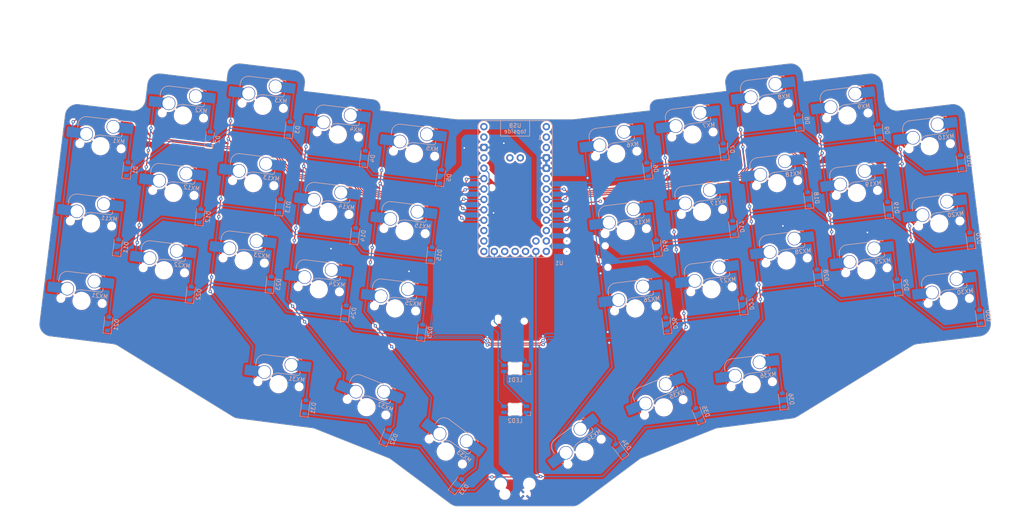
<source format=kicad_pcb>
(kicad_pcb (version 20240108) (generator "pcbnew") (generator_version "8.0")
  (layers (0 "F.Cu" signal) (31 "B.Cu" signal) (34 "B.Paste" user) (35 "F.Paste" user) (36 "B.SilkS" user "B.Silkscreen") (37 "F.SilkS" user "F.Silkscreen") (38 "B.Mask" user) (39 "F.Mask" user) (44 "Edge.Cuts" user))
  (net 0 "")
  (net 1 "ROW1")
  (net 2 "Net-(D1-A)")
  (net 3 "Net-(D2-A)")
  (net 4 "Net-(D3-A)")
  (net 5 "Net-(D4-A)")
  (net 6 "Net-(D5-A)")
  (net 7 "Net-(D6-A)")
  (net 8 "Net-(D7-A)")
  (net 9 "Net-(D8-A)")
  (net 10 "Net-(D9-A)")
  (net 11 "Net-(D10-A)")
  (net 12 "ROW2")
  (net 13 "Net-(D11-A)")
  (net 14 "Net-(D12-A)")
  (net 15 "Net-(D13-A)")
  (net 16 "Net-(D14-A)")
  (net 17 "Net-(D15-A)")
  (net 18 "Net-(D16-A)")
  (net 19 "Net-(D17-A)")
  (net 20 "Net-(D18-A)")
  (net 21 "Net-(D19-A)")
  (net 22 "Net-(D20-A)")
  (net 23 "ROW3")
  (net 24 "Net-(D21-A)")
  (net 25 "Net-(D22-A)")
  (net 26 "Net-(D23-A)")
  (net 27 "Net-(D24-A)")
  (net 28 "Net-(D25-A)")
  (net 29 "Net-(D26-A)")
  (net 30 "Net-(D27-A)")
  (net 31 "Net-(D28-A)")
  (net 32 "Net-(D29-A)")
  (net 33 "Net-(D30-A)")
  (net 34 "ROW4")
  (net 35 "Net-(D31-A)")
  (net 36 "Net-(D32-A)")
  (net 37 "Net-(D33-A)")
  (net 38 "Net-(D34-A)")
  (net 39 "Net-(D35-A)")
  (net 40 "Net-(D36-A)")
  (net 41 "5V")
  (net 43 "D-")
  (net 44 "GND")
  (net 45 "3V3")
  (net 46 "Net-(LED1-DOUT)")
  (net 47 "RGB")
  (net 50 "COL1")
  (net 51 "COL2")
  (net 52 "COL3")
  (net 53 "COL4")
  (net 54 "COL5")
  (net 55 "COL6")
  (net 56 "COL7")
  (net 57 "COL8")
  (net 58 "COL9")
  (net 59 "COL10")
  (net 60 "RESET")
  (net 68 "D+")
  (footprint "marbastlib-mx:SW_MX_HS_CPG151101S11_1u" (layer "B.Cu") (at 259.701515 115.74785 -173)
    (property "Reference" "MX18")
    (property "Value" "MX_SW_HS")
  )
  (footprint "marbastlib-mx:SW_MX_HS_CPG151101S11_1u" (layer "B.Cu") (at 257.380052 96.841036 -173)
    (property "Reference" "MX8")
    (property "Value" "MX_SW_HS")
  )
  (footprint "marbastlib-mx:SW_MX_HS_CPG151101S11_1u" (layer "B.Cu") (at 171.077674 108.555857 173)
    (property "Reference" "MX5")
    (property "Value" "MX_SW_HS")
  )
  (footprint "marbastlib-mx:SW_MX_HS_CPG151101S11_1u" (layer "B.Cu") (at 147.817369 141.690721 173)
    (property "Reference" "MX24")
    (property "Value" "MX_SW_HS")
  )
  (footprint "Diode_SMD:D_SOD-123" (layer "B.Cu") (at 284.536164 103.090323 97)
    (property "Reference" "D9")
    (property "Value" "1N4148W")
  )
  (footprint "Diode_SMD:D_SOD-123" (layer "B.Cu") (at 175.265897 133.059924 83)
    (property "Reference" "D15")
    (property "Value" "1N4148W")
  )
  (footprint "marbastlib-mx:SW_MX_HS_CPG151101S11_1u" (layer "B.Cu") (at 89.89347 144.527719 173)
    (property "Reference" "MX21")
    (property "Value" "MX_SW_HS")
  )
  (footprint "Diode_SMD:D_SOD-123" (layer "B.Cu") (at 118.834899 123.738235 83)
    (property "Reference" "D12")
    (property "Value" "1N4148W")
  )
  (footprint "marbastlib-mx:SW_MX_HS_CPG151101S11_1u" (layer "B.Cu") (at 243.695048 141.690721 -173)
    (property "Reference" "MX27")
    (property "Value" "MX_SW_HS")
  )
  (footprint "Diode_SMD:D_SOD-123" (layer "B.Cu") (at 286.857629 121.997135 97)
    (property "Reference" "D19")
    (property "Value" "1N4148W")
  )
  (footprint "Diode_SMD:D_SOD-123" (layer "B.Cu") (at 96.403158 150.124973 83)
    (property "Reference" "D21")
    (property "Value" "1N4148W")
  )
  (footprint "Diode_SMD:D_SOD-123" (layer "B.Cu") (at 164.314908 177.58364 68)
    (property "Reference" "D32")
    (property "Value" "1N4148W")
  )
  (footprint "marbastlib-mx:SW_MX_HS_CPG151101S11_1u" (layer "B.Cu") (at 212.705825 181.379528 -143)
    (property "Reference" "MX34")
    (property "Value" "MX_SW_HS")
  )
  (footprint "marbastlib-mx:SW_MX_HS_CPG151101S11_1u" (layer "B.Cu") (at 168.756211 127.46267 173)
    (property "Reference" "MX15")
    (property "Value" "MX_SW_HS")
  )
  (footprint "Diode_SMD:D_SOD-123" (layer "B.Cu") (at 156.648522 128.381163 83)
    (property "Reference" "D14")
    (property "Value" "1N4148W")
  )
  (footprint "marbastlib-mx:SW_MX_HS_CPG151101S11_1u" (layer "B.Cu") (at 112.325209 118.14098 173)
    (property "Reference" "MX12")
    (property "Value" "MX_SW_HS")
  )
  (footprint "marbastlib-mx:SW_MX_HS_CPG151101S11_1u" (layer "B.Cu") (at 241.373582 122.783907 -173)
    (property "Reference" "MX17")
    (property "Value" "MX_SW_HS")
  )
  (footprint "Diode_SMD:D_SOD-123" (layer "B.Cu") (at 181.665362 189.431893 53)
    (property "Reference" "D33")
    (property "Value" "1N4148W")
  )
  (footprint "marbastlib-mx:SW_MX_HS_CPG151101S11_1u" (layer "B.Cu") (at 166.434743 146.369483 173)
    (property "Reference" "MX25")
    (property "Value" "MX_SW_HS")
  )
  (footprint "marbastlib-mx:SW_MX_HS_CPG151101S11_1u" (layer "B.Cu") (at 276.865744 99.234166 -173)
    (property "Reference" "MX9")
    (property "Value" "MX_SW_HS")
  )
  (footprint "marbastlib-mx:SW_MX_HS_CPG151101S11_1u" (layer "B.Cu") (at 301.618946 144.52772 -173)
    (property "Reference" "MX30")
    (property "Value" "MX_SW_HS")
  )
  (footprint "marbastlib-mx:SW_MX_HS_CPG151101S11_1u" (layer "B.Cu") (at 150.138834 122.783907 173)
    (property "Reference" "MX14")
    (property "Value" "MX_SW_HS")
  )
  (footprint "marbastlib-mx:SW_MX_HS_CPG151101S11_1u" (layer "B.Cu") (at 281.508675 137.047794 -173)
    (property "Reference" "MX29")
    (property "Value" "MX_SW_HS")
  )
  (footprint "marbastlib-mx:SW_MX_HS_CPG151101S11_1u" (layer "B.Cu") (at 299.297482 125.620906 -173)
    (property "Reference" "MX20")
    (property "Value" "MX_SW_HS")
  )
  (footprint "marbastlib-mx:SW_MX_HS_CPG151101S11_1u" (layer "B.Cu") (at 92.214937 125.620906 173)
    (property "Reference" "MX11")
    (property "Value" "MX_SW_HS")
  )
  (footprint "Diode_SMD:D_SOD-123" (layer "B.Cu") (at 261.190823 168.741047 97)
    (property "Reference" "D36")
    (property "Value" "1N4148W")
  )
  (footprint "Diode_SMD:D_SOD-123" (layer "B.Cu") (at 138.320591 121.345103 83)
    (property "Reference" "D13")
    (property "Value" "1N4148W")
  )
  (footprint "Diode_SMD:D_SOD-123" (layer "B.Cu") (at 289.179096 140.903948 97)
    (property "Reference" "D29")
    (property "Value" "1N4148W")
  )
  (footprint "marbastlib-mx:SW_MX_HS_CPG151101S11_1u" (layer "B.Cu") (at 279.18721 118.140979 -173)
    (property "Reference" "MX19")
    (property "Value" "MX_SW_HS")
  )
  (footprint "Diode_SMD:D_SOD-123" (layer "B.Cu") (at 144.501702 170.482142 83)
    (property "Reference" "D31")
    (property "Value" "1N4148W")
  )
  (footprint "marbastlib-mx:SW_MX_HS_CPG151101S11_1u" (layer "B.Cu") (at 114.646676 99.234166 173)
    (property "Reference" "MX2")
    (property "Value" "MX_SW_HS")
  )
  (footprint "Diode_SMD:D_SOD-123" (layer "B.Cu") (at 306.967903 129.477062 97)
    (property "Reference" "D20")
    (property "Value" "1N4148W")
  )
  (footprint "marbastlib-mx:SW_MX_HS_CPG151101S11_1u" (layer "B.Cu") (at 137.992015 164.88489 173)
    (property "Reference" "MX31")
    (property "Value" "MX_SW_HS")
  )
  (footprint "Diode_SMD:D_SOD-123" (layer "B.Cu") (at 304.646437 110.570249 97)
    (property "Reference" "D10")
    (property "Value" "1N4148W")
  )
  (footprint "Diode_SMD:D_SOD-123" (layer "B.Cu") (at 267.371938 119.604002 97)
    (property "Reference" "D18")
    (property "Value" "1N4148W")
  )
  (footprint "marbastlib-mx:SW_MX_HS_CPG151101S11_1u" (layer "B.Cu") (at 159.475709 170.492279 158)
    (property "Reference" "MX32")
    (property "Value" "MX_SW_HS")
  )
  (footprint "marbastlib-mx:SW_MX_HS_CPG151101S11_1u" (layer "B.Cu") (at 232.056824 170.542422 -158)
    (property "Reference" "MX35")
    (property "Value" "MX_SW_HS")
  )
  (footprint "Diode_SMD:D_SOD-123" (layer "B.Cu") (at 221.276682 180.883843 127)
    (property "Reference" "D34")
    (property "Value" "1N4148W")
  )
  (footprint "marbastlib-mx:SW_MX_HS_CPG151101S11_1u" (layer "B.Cu") (at 225.077673 146.369484 -173)
    (property "Reference" "MX26")
    (property "Value" "MX_SW_HS")
  )
  (footprint "Diode_SMD:D_SOD-123" (layer "B.Cu") (at 101.04609 112.311349 83)
    (property "Reference" "D1")
    (property "Value" "1N4148W")
  )
  (footprint "Diode_SMD:D_SOD-123" (layer "B.Cu") (at 249.044002 126.640061 97)
    (property "Reference" "D17")
    (property "Value" "1N4148W")
  )
  (footprint "marbastlib-mx:SW_MX_HS_CPG151101S11_1u" (layer "B.Cu") (at 222.756207 127.462671 -173)
    (property "Reference" "MX16")
    (property "Value" "MX_SW_HS")
  )
  (footprint "Diode_SMD:D_SOD-123" (layer "B.Cu") (at 135.999125 140.251914 83)
    (property "Reference" "D23")
    (property "Value" "1N4148W")
  )
  (footprint "marbastlib-mx:SW_MX_HS_CPG151101S11_1u" (layer "B.Cu") (at 134.132366 96.841036 173)
    (property "Reference" "MX3")
    (property "Value" "MX_SW_HS")
  )
  (footprint "Diode_SMD:D_SOD-123" (layer "B.Cu") (at 154.327057 147.287976 83)
    (property "Reference" "D24")
    (property "Value" "1N4148W")
  )
  (footprint "marbastlib-mx:SW_MX_HS_CPG151101S11_1u" (layer "B.Cu") (at 129.489438 134.654663 173)
    (property "Reference" "MX23")
    (property "Value" "MX_SW_HS")
  )
  (footprint "marbastlib-mx:SW_MX_HS_CPG151101S11_1u" (layer "B.Cu") (at 262.022977 134.654667 -173)
    (property "Reference" "MX28")
    (property "Value" "MX_SW_HS")
  )
  (footprint "Diode_SMD:D_SOD-123" (layer "B.Cu") (at 228.105164 112.412011 97)
    (property "Reference" "D6")
    (property "Value" "1N4148W")
  )
  (footprint "marbastlib-mx:SW_MX_HS_CPG151101S11_1u" (layer "B.Cu") (at 253.520405 164.88489 -173)
    (property "Reference" "MX36")
    (property "Value" "MX_SW_HS")
  )
  (footprint "marbastlib-mx:SW_MX_HS_CPG151101S11_1u" (layer "B.Cu") (at 220.434742 108.555858 -173)
    (property "Reference" "MX6")
    (property "Value" "MX_SW_HS")
  )
  (footprint "Diode_SMD:D_SOD-123" (layer "B.Cu") (at 240.46393 172.281935 112)
    (property "Reference" "D35")
    (property "Value" "1N4148W")
  )
  (footprint "marbastlib-mx:SW_MX_HS_CPG151101S11_1u" (layer "B.Cu") (at 296.976018 106.714093 -173)
    (property "Reference" "MX10")
    (property "Value" "MX_SW_HS")
  )
  (footprint "Diode_SMD:D_SOD-123" (layer "B.Cu") (at 121.156365 104.831416 83)
    (property "Reference" "D2")
    (property "Value" "1N4148W")
  )
  (footprint "marbastlib-mx:SW_MX_HS_CPG151101S11_1u" (layer "B.Cu") (at 178.826434 181.329686 143)
    (property "Reference" "MX33")
    (property "Value" "MX_SW_HS")
  )
  (footprint "Diode_SMD:D_SOD-123" (layer "B.Cu") (at 269.693402 138.510821 97)
    (property "Reference" "D28")
    (property "Value" "1N4148W")
  )
  (footprint "marbastlib-mx:SW_MX_HS_CPG151101S11_1u" (layer "B.Cu") (at 152.4603 103.877094 173)
    (property "Reference" "MX4")
    (property "Value" "MX_SW_HS")
  )
  (footprint "Diode_SMD:D_SOD-123" (layer "B.Cu") (at 232.748097 150.225636 97)
    (property "Reference" "D26")
    (property "Value" "1N4148W")
  )
  (footprint "Diode_SMD:D_SOD-123" (layer "B.Cu") (at 309.289368 148.383874 97)
    (property "Reference" "D30")
    (property "Value" "1N4148W")
  )
  (footprint "marbastlib-mx:SW_MX_HS_CPG151101S11_1u" (layer "B.Cu") (at 94.536402 106.714093 173)
    (property "Reference" "MX1")
    (property "Value" "MX_SW_HS")
  )
  (footprint "PCM_marbastlib-xp-promicroish:Helios_AH_USBup" (layer "B.Cu") (at 195.756209 118.462671 180)
    (property "Reference" "U1")
    (property "Value" "Helios")
  )
  (footprint "Diode_SMD:D_SOD-123" (layer "B.Cu") (at 116.505804 142.707181 83)
    (property "Reference" "D22")
    (property "Value" "1N4148W")
  )
  (footprint "Diode_SMD:D_SOD-123" (layer "B.Cu") (at 265.050473 100.697189 97)
    (property "Reference" "D8")
    (property "Value" "1N4148W")
  )
  (footprint "Diode_SMD:D_SOD-123" (layer "B.Cu") (at 246.722536 107.733252 97)
    (property "Reference" "D7")
    (property "Value" "1N4148W")
  )
  (footprint "marbastlib-mx:SW_MX_HS_CPG151101S11_1u" (layer "B.Cu") (at 131.810902 115.747851 173)
    (property "Reference" "MX13")
    (property "Value" "MX_SW_HS")
  )
  (footprint "marbastlib-mx:SW_MX_HS_CPG151101S11_1u" (layer "B.Cu") (at 239.052118 103.877094 -173)
    (property "Reference" "MX7")
    (property "Value" "MX_SW_HS")
  )
  (footprint "marbastlib-mx:SW_MX_HS_CPG151101S11_1u" (layer "B.Cu") (at 110.003745 137.047792 173)
    (property "Reference" "MX22")
    (property "Value" "MX_SW_HS")
  )
  (footprint "Diode_SMD:D_SOD-123" (layer "B.Cu") (at 172.944428 151.96674 83)
    (property "Reference" "D25")
    (property "Value" "1N4148W")
  )
  (footprint "PCM_marbastlib-various:LED_6028R" (layer "B.Cu") (at 195.75 161.025 180)
    (property "Reference" "LED1")
    (property "Value" "SK6812MINI-E")
    (fp_line (start 1.699999 0.702843) (end 1.699999 -0.702841) (stroke (width 0.1)) (layer "Edge.Cuts"))
    (fp_line (start 0.794452 -1.499999) (end -0.794452 -1.499999) (stroke (width 0.1)) (layer "Edge.Cuts"))
    (fp_line (start -0.794453 1.5) (end 0.794452 1.5) (stroke (width 0.1)) (layer "Edge.Cuts"))
    (fp_line (start -1.699999 -0.702841) (end -1.699999 0.702843) (stroke (width 0.1)) (layer "Edge.Cuts"))
    (fp_arc (start 1.749484 0.919721) (mid 1.712534 0.814067) (end 1.699999 0.702843) (stroke (width 0.1)) (layer "Edge.Cuts"))
    (fp_arc (start 1.749484 0.919721) (mid 1.638072 1.504036) (end 1.046711 1.5683) (stroke (width 0.1)) (layer "Edge.Cuts"))
    (fp_arc (start 1.699999 -0.702842) (mid 1.712536 -0.814065) (end 1.749484 -0.919719) (stroke (width 0.1)) (layer "Edge.Cuts"))
    (fp_arc (start 1.046711 -1.568296) (mid 1.638069 -1.504034) (end 1.749484 -0.919719) (stroke (width 0.1)) (layer "Edge.Cuts"))
    (fp_arc (start 1.04671 -1.568298) (mid 0.925122 -1.517376) (end 0.794452 -1.499999) (stroke (width 0.1)) (layer "Edge.Cuts"))
    (fp_arc (start 0.794453 1.500001) (mid 0.925123 1.517378) (end 1.046711 1.5683) (stroke (width 0.1)) (layer "Edge.Cuts"))
    (fp_arc (start -0.794452 -1.499999) (mid -0.925123 -1.517376) (end -1.046711 -1.568298) (stroke (width 0.1)) (layer "Edge.Cuts"))
    (fp_arc (start -1.046711 1.568299) (mid -0.925123 1.517377) (end -0.794453 1.5) (stroke (width 0.1)) (layer "Edge.Cuts"))
    (fp_arc (start -1.046711 1.568299) (mid -1.638071 1.504036) (end -1.749484 0.919721) (stroke (width 0.1)) (layer "Edge.Cuts"))
    (fp_arc (start -1.699999 0.702844) (mid -1.712527 0.814069) (end -1.749484 0.919721) (stroke (width 0.1)) (layer "Edge.Cuts"))
    (fp_arc (start -1.749484 -0.919718) (mid -1.638072 -1.504034) (end -1.046711 -1.568298) (stroke (width 0.1)) (layer "Edge.Cuts"))
    (fp_arc (start -1.749484 -0.919719) (mid -1.712527 -0.814067) (end -1.699999 -0.702841) (stroke (width 0.1)) (layer "Edge.Cuts"))
  )
  (footprint "Diode_SMD:D_SOD-123" (layer "B.Cu") (at 140.642056 102.43829 83)
    (property "Reference" "D3")
    (property "Value" "1N4148W")
  )
  (footprint "Diode_SMD:D_SOD-123" (layer "B.Cu") (at 177.587363 114.15311 83)
    (property "Reference" "D5")
    (property "Value" "1N4148W")
  )
  (footprint "Diode_SMD:D_SOD-123" (layer "B.Cu") (at 230.426631 131.318823 97)
    (property "Reference" "D16")
    (property "Value" "1N4148W")
  )
  (footprint "Diode_SMD:D_SOD-123" (layer "B.Cu") (at 98.724628 131.218161 83)
    (property "Reference" "D11")
    (property "Value" "1N4148W")
  )
  (footprint "Diode_SMD:D_SOD-123" (layer "B.Cu") (at 251.365468 145.546875 97)
    (property "Reference" "D27")
    (property "Value" "1N4148W")
  )
  (footprint "Diode_SMD:D_SOD-123" (layer "B.Cu") (at 158.96999 109.47435 83)
    (property "Reference" "D4")
    (property "Value" "1N4148W")
  )
  (footprint "PCM_marbastlib-various:LED_6028R" (layer "B.Cu") (at 195.749997 171.025004 180)
    (property "Reference" "LED2")
    (property "Value" "SK6812MINI-E")
    (fp_line (start 1.699999 0.702843) (end 1.699999 -0.702841) (stroke (width 0.1)) (layer "Edge.Cuts"))
    (fp_line (start 0.794452 -1.499999) (end -0.794452 -1.499999) (stroke (width 0.1)) (layer "Edge.Cuts"))
    (fp_line (start -0.794453 1.5) (end 0.794452 1.5) (stroke (width 0.1)) (layer "Edge.Cuts"))
    (fp_line (start -1.699999 -0.702841) (end -1.699999 0.702843) (stroke (width 0.1)) (layer "Edge.Cuts"))
    (fp_arc (start 1.749484 0.919721) (mid 1.712534 0.814067) (end 1.699999 0.702843) (stroke (width 0.1)) (layer "Edge.Cuts"))
    (fp_arc (start 1.749484 0.919721) (mid 1.638072 1.504036) (end 1.046711 1.5683) (stroke (width 0.1)) (layer "Edge.Cuts"))
    (fp_arc (start 1.699999 -0.702842) (mid 1.712536 -0.814065) (end 1.749484 -0.919719) (stroke (width 0.1)) (layer "Edge.Cuts"))
    (fp_arc (start 1.046711 -1.568296) (mid 1.638069 -1.504034) (end 1.749484 -0.919719) (stroke (width 0.1)) (layer "Edge.Cuts"))
    (fp_arc (start 1.04671 -1.568298) (mid 0.925122 -1.517376) (end 0.794452 -1.499999) (stroke (width 0.1)) (layer "Edge.Cuts"))
    (fp_arc (start 0.794453 1.500001) (mid 0.925123 1.517378) (end 1.046711 1.5683) (stroke (width 0.1)) (layer "Edge.Cuts"))
    (fp_arc (start -0.794452 -1.499999) (mid -0.925123 -1.517376) (end -1.046711 -1.568298) (stroke (width 0.1)) (layer "Edge.Cuts"))
    (fp_arc (start -1.046711 1.568299) (mid -0.925123 1.517377) (end -0.794453 1.5) (stroke (width 0.1)) (layer "Edge.Cuts"))
    (fp_arc (start -1.046711 1.568299) (mid -1.638071 1.504036) (end -1.749484 0.919721) (stroke (width 0.1)) (layer "Edge.Cuts"))
    (fp_arc (start -1.699999 0.702844) (mid -1.712527 0.814069) (end -1.749484 0.919721) (stroke (width 0.1)) (layer "Edge.Cuts"))
    (fp_arc (start -1.749484 -0.919718) (mid -1.638072 -1.504034) (end -1.046711 -1.568298) (stroke (width 0.1)) (layer "Edge.Cuts"))
    (fp_arc (start -1.749484 -0.919719) (mid -1.712527 -0.814067) (end -1.699999 -0.702841) (stroke (width 0.1)) (layer "Edge.Cuts"))
  )
  (gr_arc (start 262.647286 86.525571) (mid 264.853287 87.13775) (end 265.985097 89.127753) (stroke (width 0.1)) (layer "Edge.Cuts"))
  (gr_arc (start 264.659206 172.827904) (mid 264.088106 173.101439) (end 263.472317 173.249018) (stroke (width 0.1)) (layer "Edge.Cuts"))
  (gr_line (start 128.854642 86.525572) (end 141.817155 88.098858) (stroke (width 0.1)) (layer "Edge.Cuts"))
  (gr_arc (start 311.846604 149.843316) (mid 311.234126 152.053707) (end 309.239055 153.185387) (stroke (width 0.1)) (layer "Edge.Cuts"))
  (gr_arc (start 125.516827 89.127754) (mid 126.648694 87.137811) (end 128.854642 86.525572) (stroke (width 0.1)) (layer "Edge.Cuts"))
  (gr_line (start 230.358153 95.278902) (end 247.310964 93.215864) (stroke (width 0.1)) (layer "Edge.Cuts"))
  (gr_line (start 144.190964 93.215864) (end 161.143773 95.278902) (stroke (width 0.1)) (layer "Edge.Cuts"))
  (gr_line (start 266.210964 90.915861) (end 282.187819 88.976719) (stroke (width 0.1)) (layer "Edge.Cuts"))
  (gr_arc (start 85.877238 99.083244) (mid 87.003379 97.087812) (end 89.20959 96.469271) (stroke (width 0.1)) (layer "Edge.Cuts"))
  (gr_line (start 293.959078 155.085278) (end 309.239055 153.185387) (stroke (width 0.1)) (layer "Edge.Cuts"))
  (gr_line (start 247.310964 93.215864) (end 247.073936 91.483736) (stroke (width 0.1)) (layer "Edge.Cuts"))
  (gr_line (start 181.737541 194.715863) (end 209.764386 194.715861) (stroke (width 0.1)) (layer "Edge.Cuts"))
  (gr_line (start 226.727908 182.919482) (end 244.560694 175.805594) (stroke (width 0.1)) (layer "Edge.Cuts"))
  (gr_arc (start 105.975111 91.588397) (mid 107.104355 89.591843) (end 109.314109 88.976719) (stroke (width 0.1)) (layer "Edge.Cuts"))
  (gr_line (start 105.505977 95.400131) (end 105.975111 91.588397) (stroke (width 0.1)) (layer "Edge.Cuts"))
  (gr_line (start 228.660964 97.965864) (end 228.610088 97.467285) (stroke (width 0.1)) (layer "Edge.Cuts"))
  (gr_arc (start 164.774018 182.919478) (mid 165.12831 183.088455) (end 165.457501 183.302253) (stroke (width 0.1)) (layer "Edge.Cuts"))
  (gr_line (start 264.659206 172.827904) (end 292.755 155.508577) (stroke (width 0.1)) (layer "Edge.Cuts"))
  (gr_arc (start 228.610088 97.467285) (mid 229.037101 96.016018) (end 230.358153 95.278902) (stroke (width 0.1)) (layer "Edge.Cuts"))
  (gr_line (start 125.290962 90.915861) (end 125.516827 89.127754) (stroke (width 0.1)) (layer "Edge.Cuts"))
  (gr_line (start 249.684772 88.098855) (end 262.647286 86.525571) (stroke (width 0.1)) (layer "Edge.Cuts"))
  (gr_arc (start 292.755 155.508577) (mid 293.334266 155.232149) (end 293.959078 155.085278) (stroke (width 0.1)) (layer "Edge.Cuts"))
  (gr_line (start 181.815899 100.165865) (end 209.686027 100.165861) (stroke (width 0.1)) (layer "Edge.Cuts"))
  (gr_line (start 98.746926 155.508578) (end 126.84272 172.827907) (stroke (width 0.1)) (layer "Edge.Cuts"))
  (gr_arc (start 282.187819 88.976719) (mid 284.397558 89.591858) (end 285.526813 91.588396) (stroke (width 0.1)) (layer "Edge.Cuts"))
  (gr_arc (start 302.292338 96.469269) (mid 304.498555 97.087803) (end 305.62469 99.083243) (stroke (width 0.1)) (layer "Edge.Cuts"))
  (gr_arc (start 210.034712 100.145532) (mid 209.860666 100.160776) (end 209.686027 100.165861) (stroke (width 0.1)) (layer "Edge.Cuts"))
  (gr_line (start 128.029611 173.249019) (end 146.217008 175.617172) (stroke (width 0.1)) (layer "Edge.Cuts"))
  (gr_line (start 82.262871 153.185384) (end 97.542845 155.085275) (stroke (width 0.1)) (layer "Edge.Cuts"))
  (gr_arc (start 211.559453 194.119558) (mid 210.710147 194.562894) (end 209.764386 194.715861) (stroke (width 0.1)) (layer "Edge.Cuts"))
  (gr_arc (start 161.143773 95.278902) (mid 162.464827 96.016017) (end 162.891839 97.467285) (stroke (width 0.1)) (layer "Edge.Cuts"))
  (gr_arc (start 181.737541 194.715863) (mid 180.791784 194.56288) (end 179.942475 194.119554) (stroke (width 0.1)) (layer "Edge.Cuts"))
  (gr_line (start 89.20959 96.469271) (end 102.173805 98.012629) (stroke (width 0.1)) (layer "Edge.Cuts"))
  (gr_line (start 165.457501 183.302253) (end 179.942475 194.119554) (stroke (width 0.1)) (layer "Edge.Cuts"))
  (gr_line (start 285.526813 91.588396) (end 285.995951 95.400129) (stroke (width 0.1)) (layer "Edge.Cuts"))
  (gr_line (start 289.328123 98.012631) (end 302.292338 96.469269) (stroke (width 0.1)) (layer "Edge.Cuts"))
  (gr_line (start 144.427991 91.483736) (end 144.190964 93.215864) (stroke (width 0.1)) (layer "Edge.Cuts"))
  (gr_arc (start 105.505977 95.400131) (mid 104.379437 97.394549) (end 102.173805 98.012629) (stroke (width 0.1)) (layer "Edge.Cuts"))
  (gr_arc (start 128.029611 173.249019) (mid 127.413818 173.101448) (end 126.84272 172.827907) (stroke (width 0.1)) (layer "Edge.Cuts"))
  (gr_line (start 162.891839 97.467285) (end 162.840963 97.965861) (stroke (width 0.1)) (layer "Edge.Cuts"))
  (gr_line (start 211.559453 194.119558) (end 226.044425 183.30225) (stroke (width 0.1)) (layer "Edge.Cuts"))
  (gr_arc (start 146.217008 175.617172) (mid 146.585019 175.688714) (end 146.941235 175.805592) (stroke (width 0.1)) (layer "Edge.Cuts"))
  (gr_arc (start 289.328123 98.012631) (mid 287.122475 97.394568) (end 285.995951 95.400129) (stroke (width 0.1)) (layer "Edge.Cuts"))
  (gr_line (start 109.314109 88.976719) (end 125.290962 90.915861) (stroke (width 0.1)) (layer "Edge.Cuts"))
  (gr_arc (start 181.815899 100.165865) (mid 181.64126 100.160779) (end 181.467214 100.145529) (stroke (width 0.1)) (layer "Edge.Cuts"))
  (gr_line (start 245.28492 175.617169) (end 263.472317 173.249018) (stroke (width 0.1)) (layer "Edge.Cuts"))
  (gr_line (start 210.034712 100.145532) (end 228.660964 97.965864) (stroke (width 0.1)) (layer "Edge.Cuts"))
  (gr_arc (start 82.262871 153.185384) (mid 80.267824 152.053718) (end 79.655321 149.843316) (stroke (width 0.1)) (layer "Edge.Cuts"))
  (gr_line (start 162.840963 97.965861) (end 181.467214 100.145529) (stroke (width 0.1)) (layer "Edge.Cuts"))
  (gr_line (start 305.62469 99.083243) (end 311.846604 149.843316) (stroke (width 0.1)) (layer "Edge.Cuts"))
  (gr_line (start 146.941235 175.805592) (end 164.774018 182.919478) (stroke (width 0.1)) (layer "Edge.Cuts"))
  (gr_arc (start 141.817155 88.098858) (mid 143.831124 89.244757) (end 144.427991 91.483736) (stroke (width 0.1)) (layer "Edge.Cuts"))
  (gr_line (start 265.985097 89.127753) (end 266.210964 90.915861) (stroke (width 0.1)) (layer "Edge.Cuts"))
  (gr_arc (start 226.044425 183.30225) (mid 226.37362 183.088464) (end 226.727908 182.919482) (stroke (width 0.1)) (layer "Edge.Cuts"))
  (gr_line (start 79.655321 149.843316) (end 85.877238 99.083244) (stroke (width 0.1)) (layer "Edge.Cuts"))
  (gr_arc (start 244.560694 175.805594) (mid 244.916909 175.68871) (end 245.28492 175.617169) (stroke (width 0.1)) (layer "Edge.Cuts"))
  (gr_arc (start 97.542845 155.085275) (mid 98.167658 155.23215) (end 98.746926 155.508578) (stroke (width 0.1)) (layer "Edge.Cuts"))
  (gr_arc (start 247.073936 91.483736) (mid 247.670755 89.244743) (end 249.684772 88.098855) (stroke (width 0.1)) (layer "Edge.Cuts"))
  (segment (start 188.96304 153.288574) (end 189.039186 153.288574) (width 0.25) (layer "F.Cu") (net 1))
  (segment (start 216.568875 120.179431) (end 213.636636 120.539465) (width 0.25) (layer "F.Cu") (net 1))
  (segment (start 201.47736 154.11) (end 202.55 153.1) (width 0.25) (layer "F.Cu") (net 1))
  (segment (start 213.636636 120.539465) (end 208.337264 127.322352) (width 0.25) (layer "F.Cu") (net 1))
  (segment (start 189.039186 153.288574) (end 189.860612 154.11) (width 0.25) (layer "F.Cu") (net 1))
  (segment (start 189.860612 154.11) (end 201.47736 154.11) (width 0.25) (layer "F.Cu") (net 1))
  (via (at 188.96304 153.288574) (size 0.8) (drill 0.4) (layers "F.Cu" "B.Cu") (net 1))
  (via (at 202.55 153.1) (size 0.8) (drill 0.4) (layers "F.Cu" "B.Cu") (net 1))
  (via (at 216.568875 120.179431) (size 0.8) (drill 0.4) (layers "F.Cu" "B.Cu") (net 1))
  (segment (start 211.9 117.07) (end 215.93 149.94) (width 0.25) (layer "B.Cu") (net 1))
  (segment (start 220.77 114.975047) (end 213.07 115.86) (width 0.25) (layer "B.Cu") (net 1))
  (segment (start 270.545033 106.470608) (end 284.73725 104.728023) (width 0.25) (layer "B.Cu") (net 1))
  (segment (start 140.440971 104.075992) (end 144.576683 109.369465) (width 0.25) (layer "B.Cu") (net 1))
  (segment (start 295.742104 113.325955) (end 284.73725 104.728023) (width 0.25) (layer "B.Cu") (net 1))
  (segment (start 176.053777 152.603777) (end 175.39 151.94) (width 0.25) (layer "B.Cu") (net 1))
  (segment (start 230.374107 111.402975) (end 228.306251 114.049711) (width 0.25) (layer "B.Cu") (net 1))
  (segment (start 220.77 114.975047) (end 220.620659 114.993384) (width 0.25) (layer "B.Cu") (net 1))
  (segment (start 160.836763 113.75879) (end 177.386278 115.790815) (width 0.25) (layer "B.Cu") (net 1))
  (segment (start 265.251557 102.33489) (end 251.059337 104.077478) (width 0.25) (layer "B.Cu") (net 1))
  (segment (start 111.84986 105.351114) (end 120.955279 106.469119) (width 0.25) (layer "B.Cu") (net 1))
  (segment (start 202.561534 153.148574) (end 203.240108 152.47) (width 0.25) (layer "B.Cu") (net 1))
  (segment (start 246.923618 109.370953) (end 230.374107 111.402975) (width 0.25) (layer "B.Cu") (net 1))
  (segment (start 228.306249 114.049712) (end 220.77 114.975047) (width 0.25) (layer "B.Cu") (net 1))
  (segment (start 215.470797 152.463777) (end 216.134574 151.8) (width 0.25) (layer "B.Cu") (net 1))
  (segment (start 208.259616 127.4) (end 208.14 127.4) (width 0.25) (layer "B.Cu") (net 1))
  (segment (start 140.440971 104.075992) (end 126.248748 102.333405) (width 0.25) (layer "B.Cu") (net 1))
  (segment (start 213.07 115.86) (end 211.9 117.07) (width 0.25) (layer "B.Cu") (net 1))
  (segment (start 126.248748 102.333405) (end 120.955279 106.469119) (width 0.25) (layer "B.Cu") (net 1))
  (segment (start 175.39 151.94) (end 179.34 119.1) (width 0.25) (layer "B.Cu") (net 1))
  (segment (start 251.059337 104.077478) (end 246.923618 109.370953) (width 0.25) (layer "B.Cu") (net 1))
  (segment (start 265.251557 102.33489) (end 270.545033 106.470608) (width 0.25) (layer "B.Cu") (net 1))
  (segment (start 188.284466 152.61) (end 176.068466 152.61) (width 0.25) (layer "B.Cu") (net 1))
  (segment (start 203.240108 152.47) (end 215.456108 152.47) (width 0.25) (layer "B.Cu") (net 1))
  (segment (start 176.068466 152.61) (end 176.053777 152.603777) (width 0.25) (layer "B.Cu") (net 1))
  (segment (start 144.576683 109.369465) (end 158.768904 111.112049) (width 0.25) (layer "B.Cu") (net 1))
  (segment (start 188.96304 153.288574) (end 188.284466 152.61) (width 0.25) (layer "B.Cu") (net 1))
  (segment (start 304.847522 112.207952) (end 295.742104 113.325955) (width 0.25) (layer "B.Cu") (net 1))
  (segment (start 215.93 149.94) (end 216.134574 151.8) (width 0.25) (layer "B.Cu") (net 1))
  (segment (start 208.337264 127.322352) (end 208.259616 127.4) (width 0.25) (layer "B.Cu") (net 1))
  (segment (start 179.34 119.1) (end 177.386279 115.790811) (width 0.25) (layer "B.Cu") (net 1))
  (segment (start 100.845006 113.949049) (end 111.84986 105.351114) (width 0.25) (layer "B.Cu") (net 1))
  (segment (start 158.768904 111.112049) (end 160.836763 113.75879) (width 0.25) (layer "B.Cu") (net 1))
  (segment (start 101.200104 102.414145) (end 102.117188 103.587959) (width 0.25) (layer "B.Cu") (net 2))
  (segment (start 102.117188 103.587959) (end 101.247175 110.673647) (width 0.25) (layer "B.Cu") (net 2))
  (segment (start 122.227462 96.108032) (end 121.357448 103.193715) (width 0.25) (layer "B.Cu") (net 3))
  (segment (start 121.310378 94.934219) (end 122.227462 96.108032) (width 0.25) (layer "B.Cu") (net 3))
  (segment (start 140.796069 92.541084) (end 141.713154 93.714898) (width 0.25) (layer "B.Cu") (net 4))
  (segment (start 141.713154 93.714898) (end 140.843139 100.800588) (width 0.25) (layer "B.Cu") (net 4))
  (segment (start 160.041086 100.750958) (end 159.171073 107.836646) (width 0.25) (layer "B.Cu") (net 5))
  (segment (start 159.124001 99.577144) (end 160.041086 100.750958) (width 0.25) (layer "B.Cu") (net 5))
  (segment (start 177.741376 104.255907) (end 178.658461 105.42972) (width 0.25) (layer "B.Cu") (net 6))
  (segment (start 178.658461 105.42972) (end 177.788444 112.51541) (width 0.25) (layer "B.Cu") (net 6))
  (segment (start 227.034068 103.688624) (end 227.904081 110.774311) (width 0.25) (layer "B.Cu") (net 7))
  (segment (start 225.860253 102.771539) (end 227.034068 103.688624) (width 0.25) (layer "B.Cu") (net 7))
  (segment (start 244.477626 98.092776) (end 245.651439 99.009859) (width 0.25) (layer "B.Cu") (net 8))
  (segment (start 245.651439 99.009859) (end 246.521452 106.095548) (width 0.25) (layer "B.Cu") (net 8))
  (segment (start 262.805561 91.056717) (end 263.979376 91.973801) (width 0.25) (layer "B.Cu") (net 9))
  (segment (start 263.979376 91.973801) (end 264.849389 99.05949) (width 0.25) (layer "B.Cu") (net 9))
  (segment (start 282.291253 93.449845) (end 283.465069 94.366932) (width 0.25) (layer "B.Cu") (net 10))
  (segment (start 283.465069 94.366932) (end 284.335082 101.452618) (width 0.25) (layer "B.Cu") (net 10))
  (segment (start 302.401528 100.929774) (end 303.575336 101.846859) (width 0.25) (layer "B.Cu") (net 11))
  (segment (start 303.575336 101.846859) (end 304.445353 108.932548) (width 0.25) (layer "B.Cu") (net 11))
  (segment (start 202.568765 154.200485) (end 201.91925 154.85) (width 0.25) (layer "F.Cu") (net 12))
  (segment (start 201.91925 154.85) (end 189.575307 154.85) (width 0.25) (layer "F.Cu") (net 12))
  (segment (start 189.575307 154.85) (end 189.012652 154.287345) (width 0.25) (layer "F.Cu") (net 12))
  (via (at 189.012652 154.287345) (size 0.8) (drill 0.4) (layers "F.Cu" "B.Cu") (net 12))
  (via (at 202.568765 154.200485) (size 0.8) (drill 0.4) (layers "F.Cu" "B.Cu") (net 12))
  (segment (start 158.515301 132.665601) (end 175.064814 134.697627) (width 0.25) (layer "B.Cu") (net 12))
  (segment (start 298.063567 132.232771) (end 287.058711 123.634834) (width 0.25) (layer "B.Cu") (net 12))
  (segment (start 175.064813 134.697625) (end 176.747298 136.38011) (width 0.25) (layer "B.Cu") (net 12))
  (segment (start 221.593842 134.065744) (end 230.627715 132.956524) (width 0.25) (layer "B.Cu") (net 12))
  (segment (start 272.866497 125.377419) (end 287.058711 123.634834) (width 0.25) (layer "B.Cu") (net 12))
  (segment (start 109.528392 124.257928) (end 118.633816 125.375937) (width 0.25) (layer "B.Cu") (net 12))
  (segment (start 215.74 153.26) (end 216.73 152.27) (width 0.25) (layer "B.Cu") (net 12))
  (segment (start 188.623741 154.287345) (end 189.012652 154.287345) (width 0.25) (layer "B.Cu") (net 12))
  (segment (start 214.9 137.07) (end 215.06717 138.474423) (width 0.25) (layer "B.Cu") (net 12))
  (segment (start 253.380803 122.984292) (end 249.245088 128.277763) (width 0.25) (layer "B.Cu") (net 12))
  (segment (start 174.930844 152.11724) (end 175.968045 153.154441) (width 0.25) (layer "B.Cu") (net 12))
  (segment (start 216.73 152.16) (end 215.06717 138.474423) (width 0.25) (layer "B.Cu") (net 12))
  (segment (start 203.34 153.29) (end 215.74 153.26) (width 0.25) (layer "B.Cu") (net 12))
  (segment (start 267.573022 121.241703) (end 272.866497 125.377419) (width 0.25) (layer "B.Cu") (net 12))
  (segment (start 208.387264 129.872351) (end 208.366945 129.89267) (width 0.25) (layer "B.Cu") (net 12))
  (segment (start 307.168987 131.114767) (end 298.063567 132.232771) (width 0.25) (layer "B.Cu") (net 12))
  (segment (start 175.968045 153.154441) (end 187.490837 153.154441) (width 0.25) (layer "B.Cu") (net 12))
  (segment (start 176.747298 136.887298) (end 174.930844 151.989156) (width 0.25) (layer "B.Cu") (net 12))
  (segment (start 174.930844 151.989156) (end 174.930844 152.11724) (width 0.25) (layer "B.Cu") (net 12))
  (segment (start 118.633816 125.375937) (end 123.927287 121.240222) (width 0.25) (layer "B.Cu") (net 12))
  (segment (start 221.593842 134.065744) (end 217.75 134.53) (width 0.25) (layer "B.Cu") (net 12))
  (segment (start 267.573022 121.241703) (end 253.380803 122.984292) (width 0.25) (layer "B.Cu") (net 12))
  (segment (start 98.52354 132.855864) (end 109.528392 124.257928) (width 0.25) (layer "B.Cu") (net 12))
  (segment (start 217.75 134.53) (end 214.9 137.07) (width 0.25) (layer "B.Cu") (net 12))
  (segment (start 230.627715 132.956524) (end 232.695573 130.309787) (width 0.25) (layer "B.Cu") (net 12))
  (segment (start 187.490837 153.154441) (end 188.623741 154.287345) (width 0.25) (layer "B.Cu") (net 12))
  (segment (start 232.695573 130.309787) (end 249.245088 128.277763) (width 0.25) (layer "B.Cu") (net 12))
  (segment (start 123.927287 121.240222) (end 138.119507 122.982804) (width 0.25) (layer "B.Cu") (net 12))
  (segment (start 202.568765 154.200485) (end 203.34 153.29) (width 0.25) (layer "B.Cu") (net 12))
  (segment (start 138.119507 122.982804) (end 142.255218 128.276276) (width 0.25) (layer "B.Cu") (net 12))
  (segment (start 216.73 152.27) (end 216.73 152.16) (width 0.25) (layer "B.Cu") (net 12))
  (segment (start 142.255218 128.276276) (end 156.44744 130.018864) (width 0.25) (layer "B.Cu") (net 12))
  (segment (start 156.44744 130.018864) (end 158.515301 132.665601) (width 0.25) (layer "B.Cu") (net 12))
  (segment (start 176.747298 136.38011) (end 176.747298 136.887298) (width 0.25) (layer "B.Cu") (net 12))
  (segment (start 99.795725 122.494775) (end 98.925712 129.580459) (width 0.25) (layer "B.Cu") (net 13))
  (segment (start 98.878638 121.320956) (end 99.795725 122.494775) (width 0.25) (layer "B.Cu") (net 13))
  (segment (start 119.905998 115.014849) (end 119.035985 122.100531) (width 0.25) (layer "B.Cu") (net 14))
  (segment (start 118.988911 113.841029) (end 119.905998 115.014849) (width 0.25) (layer "B.Cu") (net 14))
  (segment (start 139.391689 112.621712) (end 138.521673 119.707402) (width 0.25) (layer "B.Cu") (net 15))
  (segment (start 138.474605 111.447898) (end 139.391689 112.621712) (width 0.25) (layer "B.Cu") (net 15))
  (segment (start 156.802538 118.48396) (end 157.719621 119.657774) (width 0.25) (layer "B.Cu") (net 16))
  (segment (start 157.719621 119.657774) (end 156.849608 126.743462) (width 0.25) (layer "B.Cu") (net 16))
  (segment (start 176.336996 124.336533) (end 175.46698 131.422223) (width 0.25) (layer "B.Cu") (net 17))
  (segment (start 175.419911 123.162719) (end 176.336996 124.336533) (width 0.25) (layer "B.Cu") (net 17))
  (segment (start 229.355534 122.595438) (end 230.225546 129.681122) (width 0.25) (layer "B.Cu") (net 18))
  (segment (start 228.181717 121.678355) (end 229.355534 122.595438) (width 0.25) (layer "B.Cu") (net 18))
  (segment (start 246.799092 116.999591) (end 247.972905 117.916674) (width 0.25) (layer "B.Cu") (net 19))
  (segment (start 247.972905 117.916674) (end 248.842919 125.00236) (width 0.25) (layer "B.Cu") (net 19))
  (segment (start 265.127025 109.963534) (end 266.30084 110.880616) (width 0.25) (layer "B.Cu") (net 20))
  (segment (start 266.30084 110.880616) (end 267.170854 117.966301) (width 0.25) (layer "B.Cu") (net 20))
  (segment (start 285.78653 113.27374) (end 286.656545 120.359434) (width 0.25) (layer "B.Cu") (net 21))
  (segment (start 284.612717 112.356658) (end 285.78653 113.27374) (width 0.25) (layer "B.Cu") (net 21))
  (segment (start 304.722992 119.836588) (end 305.896803 120.753674) (width 0.25) (layer "B.Cu") (net 22))
  (segment (start 305.896803 120.753674) (end 306.766818 127.839361) (width 0.25) (layer "B.Cu") (net 22))
  (segment (start 189 155.3) (end 202.5 155.3) (width 0.25) (layer "F.Cu") (net 23))
  (segment (start 202.5 155.3) (end 202.6 155.2) (width 0.25) (layer "F.Cu") (net 23))
  (via (at 202.6 155.2) (size 0.8) (drill 0.4) (layers "F.Cu" "B.Cu") (net 23))
  (via (at 189 155.3) (size 0.8) (drill 0.4) (layers "F.Cu" "B.Cu") (net 23))
  (segment (start 96.202077 151.762674) (end 107.137163 143.219248) (width 0.25) (layer "B.Cu") (net 23))
  (segment (start 269.894487 140.148522) (end 255.702266 141.891105) (width 0.25) (layer "B.Cu") (net 23))
  (segment (start 187.304441 153.604441) (end 189 155.3) (width 0.25) (layer "B.Cu") (net 23))
  (segment (start 269.894487 140.148522) (end 275.187958 144.284235) (width 0.25) (layer "B.Cu") (net 23))
  (segment (start 309.490452 150.021578) (end 300.385032 151.139583) (width 0.25) (layer "B.Cu") (net 23))
  (segment (start 203.88 153.92) (end 215.93 153.92) (width 0.25) (layer "B.Cu") (net 23))
  (segment (start 255.702266 141.891105) (end 251.566553 147.184579) (width 0.25) (layer "B.Cu") (net 23))
  (segment (start 300.385032 151.139583) (end 289.380179 142.541647) (width 0.25) (layer "B.Cu") (net 23))
  (segment (start 235.017037 149.216604) (end 235.193798 149.1949) (width 0.25) (layer "B.Cu") (net 23))
  (segment (start 135.798041 141.889615) (end 121.667958 140.154659) (width 0.25) (layer "B.Cu") (net 23))
  (segment (start 202.6 155.2) (end 203.88 153.92) (width 0.25) (layer "B.Cu") (net 23))
  (segment (start 139.933756 147.183089) (end 135.798041 141.889615) (width 0.25) (layer "B.Cu") (net 23))
  (segment (start 121.667958 140.154659) (end 116.304719 144.344883) (width 0.25) (layer "B.Cu") (net 23))
  (segment (start 172.743344 153.604441) (end 187.304441 153.604441) (width 0.25) (layer "B.Cu") (net 23))
  (segment (start 107.137163 143.219248) (end 116.304719 144.344883) (width 0.25) (layer "B.Cu") (net 23))
  (segment (start 275.187958 144.284235) (end 289.380179 142.541647) (width 0.25) (layer "B.Cu") (net 23))
  (segment (start 156.193835 151.572413) (end 154.125976 148.925677) (width 0.25) (layer "B.Cu") (net 23))
  (segment (start 172.743348 153.604439) (end 156.193835 151.572413) (width 0.25) (layer "B.Cu") (net 23))
  (segment (start 235.193798 149.1949) (end 251.566553 147.184579) (width 0.25) (layer "B.Cu") (net 23))
  (segment (start 154.125976 148.925677) (end 139.933756 147.183089) (width 0.25) (layer "B.Cu") (net 23))
  (segment (start 232.949181 151.863337) (end 215.93 153.92) (width 0.25) (layer "B.Cu") (net 23))
  (segment (start 232.949181 151.863337) (end 235.017037 149.216604) (width 0.25) (layer "B.Cu") (net 23))
  (segment (start 208.337263 132.422351) (end 208.326945 132.432671) (width 0.25) (layer "B.Cu") (net 23))
  (segment (start 96.557174 140.227772) (end 97.474257 141.401586) (width 0.25) (layer "B.Cu") (net 24))
  (segment (start 97.474257 141.401586) (end 96.604245 148.487269) (width 0.25) (layer "B.Cu") (net 24))
  (segment (start 117.584527 133.921654) (end 116.706887 141.069477) (width 0.25) (layer "B.Cu") (net 25))
  (segment (start 116.667446 132.747845) (end 117.584527 133.921654) (width 0.25) (layer "B.Cu") (net 25))
  (segment (start 137.070224 131.528526) (end 136.200211 138.614216) (width 0.25) (layer "B.Cu") (net 26))
  (segment (start 136.153139 130.354713) (end 137.070224 131.528526) (width 0.25) (layer "B.Cu") (net 26))
  (segment (start 154.481074 137.390774) (end 155.398157 138.564588) (width 0.25) (layer "B.Cu") (net 27))
  (segment (start 155.398157 138.564588) (end 154.528144 145.650272) (width 0.25) (layer "B.Cu") (net 27))
  (segment (start 173.098445 142.069533) (end 174.01553 143.243346) (width 0.25) (layer "B.Cu") (net 28))
  (segment (start 174.01553 143.243346) (end 173.145516 150.329035) (width 0.25) (layer "B.Cu") (net 28))
  (segment (start 231.677 141.502251) (end 232.547012 148.587937) (width 0.25) (layer "B.Cu") (net 29))
  (segment (start 230.503183 140.585168) (end 231.677 141.502251) (width 0.25) (layer "B.Cu") (net 29))
  (segment (start 249.120558 135.906405) (end 250.294372 136.823487) (width 0.25) (layer "B.Cu") (net 30))
  (segment (start 250.294372 136.823487) (end 251.164385 143.909174) (width 0.25) (layer "B.Cu") (net 30))
  (segment (start 268.622304 129.787433) (end 269.492317 136.873117) (width 0.25) (layer "B.Cu") (net 31))
  (segment (start 267.448489 128.870348) (end 268.622304 129.787433) (width 0.25) (layer "B.Cu") (net 31))
  (segment (start 286.934183 131.263473) (end 288.107997 132.180558) (width 0.25) (layer "B.Cu") (net 32))
  (segment (start 288.107997 132.180558) (end 288.97801 139.266247) (width 0.25) (layer "B.Cu") (net 32))
  (segment (start 308.218271 139.660487) (end 309.088284 146.746173) (width 0.25) (layer "B.Cu") (net 33))
  (segment (start 307.044455 138.743404) (end 308.218271 139.660487) (width 0.25) (layer "B.Cu") (net 33))
  (segment (start 190.089114 187.544108) (end 201.889114 187.544106) (width 0.25) (layer "F.Cu") (net 34))
  (segment (start 201.889114 187.544106) (end 201.989112 187.444106) (width 0.25) (layer "F.Cu") (net 34))
  (via (at 190.089114 187.544108) (size 0.8) (drill 0.4) (layers "F.Cu" "B.Cu") (net 34))
  (via (at 201.989112 187.444106) (size 0.8) (drill 0.4) (layers "F.Cu" "B.Cu") (net 34))
  (segment (start 241.082031 173.811789) (end 227.52388 175.476518) (width 0.25) (layer "B.Cu") (net 34))
  (segment (start 201.989112 187.444106) (end 200.836209 186.291202) (width 0.25) (layer "B.Cu") (net 34))
  (segment (start 159.711094 174.012014) (end 163.696809 179.113495) (width 0.25) (layer "B.Cu") (net 34))
  (segment (start 172.417817 180.184299) (end 180.672366 190.749641) (width 0.25) (layer "B.Cu") (net 34))
  (segment (start 180.672366 190.749641) (end 185.88358 190.749642) (width 0.25) (layer "B.Cu") (net 34))
  (segment (start 217.027163 187.444108) (end 222.269676 182.201592) (width 0.25) (layer "B.Cu") (net 34))
  (segment (start 241.893762 172.772817) (end 241.082031 173.811789) (width 0.25) (layer "B.Cu") (net 34))
  (segment (start 261.39191 170.378748) (end 241.893762 172.772817) (width 0.25) (layer "B.Cu") (net 34))
  (segment (start 185.88358 190.749642) (end 189.089114 187.544108) (width 0.25) (layer "B.Cu") (net 34))
  (segment (start 227.52388 175.476518) (end 222.269677 182.201591) (width 0.25) (layer "B.Cu") (net 34))
  (segment (start 189.089114 187.544108) (end 190.089114 187.544108) (width 0.25) (layer "B.Cu") (net 34))
  (segment (start 144.300618 172.119843) (end 159.711094 174.012014) (width 0.25) (layer "B.Cu") (net 34))
  (segment (start 201.989112 187.444106) (end 217.027163 187.444108) (width 0.25) (layer "B.Cu") (net 34))
  (segment (start 163.696809 179.113495) (end 172.417817 180.184299) (width 0.25) (layer "B.Cu") (net 34))
  (segment (start 200.836209 186.291202) (end 200.836209 132.432671) (width 0.25) (layer "B.Cu") (net 34))
  (segment (start 144.655717 160.58494) (end 145.572801 161.758754) (width 0.25) (layer "B.Cu") (net 35))
  (segment (start 145.572801 161.758754) (end 144.702788 168.844444) (width 0.25) (layer "B.Cu") (net 35))
  (segment (start 164.93301 176.053786) (end 166.162084 175.093526) (width 0.25) (layer "B.Cu") (net 36))
  (segment (start 166.162084 175.093526) (end 167.025259 168.063539) (width 0.25) (layer "B.Cu") (net 36))
  (segment (start 182.658357 188.114145) (end 186.206562 185.34198) (width 0.25) (layer "B.Cu") (net 37))
  (segment (start 186.206562 185.34198) (end 186.747344 180.937668) (width 0.25) (layer "B.Cu") (net 37))
  (segment (start 220.093606 178.018004) (end 220.283685 179.566096) (width 0.25) (layer "B.Cu") (net 38))
  (segment (start 214.512295 173.657404) (end 220.093606 178.018004) (width 0.25) (layer "B.Cu") (net 38))
  (segment (start 239.297084 166.282906) (end 239.845829 170.752079) (width 0.25) (layer "B.Cu") (net 39))
  (segment (start 235.800373 163.550974) (end 239.297084 166.282906) (width 0.25) (layer "B.Cu") (net 39))
  (segment (start 260.119728 160.017657) (end 260.98974 167.103343) (width 0.25) (layer "B.Cu") (net 40))
  (segment (start 258.945915 159.100574) (end 260.119728 160.017657) (width 0.25) (layer "B.Cu") (net 40))
  (via (at 193 106) (size 0.8) (drill 0.4) (layers "F.Cu" "B.Cu") (net 44))
  (via (at 169.8518 137.3101) (size 0.8) (drill 0.4) (layers "F.Cu" "B.Cu") (net 44))
  (via (at 183.3447 107.1495) (size 0.8) (drill 0.4) (layers "F.Cu" "B.Cu") (net 44))
  (via (at 150.803 131.7542) (size 0.8) (drill 0.4) (layers "F.Cu" "B.Cu") (net 44))
  (via (at 261.1273 126.1983) (size 0.8) (drill 0.4) (layers "F.Cu" "B.Cu") (net 44))
  (via (at 190.488 123.0235) (size 0.8) (drill 0.4) (layers "F.Cu" "B.Cu") (net 44))
  (via (at 281.7635 127.7857) (size 0.8) (drill 0.4) (layers "F.Cu" "B.Cu") (net 44))
  (segment (start 183.461529 107.032671) (end 183.3447 107.1495) (width 0.25) (layer "B.Cu") (net 44))
  (segment (start 188.136209 107.032671) (end 183.461529 107.032671) (width 0.25) (layer "B.Cu") (net 44))
  (segment (start 188.136209 112.112671) (end 189.38 113.356462) (width 0.25) (layer "B.Cu") (net 45))
  (segment (start 189.38 150.2) (end 191.617564 152.437564) (width 0.25) (layer "B.Cu") (net 45))
  (segment (start 191.617564 158.867564) (end 193.025 160.275) (width 0.25) (layer "B.Cu") (net 45))
  (segment (start 191.617564 156.02) (end 191.617564 158.867564) (width 0.25) (layer "B.Cu") (net 45))
  (segment (start 191.617564 158.867564) (end 191.617564 168.867571) (width 0.25) (layer "B.Cu") (net 45))
  (segment (start 191.617564 168.867571) (end 193.024997 170.275004) (width 0.25) (layer "B.Cu") (net 45))
  (segment (start 191.617564 152.437564) (end 191.617564 156.02) (width 0.25) (layer "B.Cu") (net 45))
  (segment (start 189.38 113.356462) (end 189.38 150.2) (width 0.25) (layer "B.Cu") (net 45))
  (segment (start 193.025 164.825007) (end 198.474997 170.275004) (width 0.25) (layer "B.Cu") (net 46))
  (segment (start 193.025 161.775) (end 193.025 164.825007) (width 0.25) (layer "B.Cu") (net 46))
  (segment (start 197.74 158.42) (end 198.475 159.155) (width 0.25) (layer "B.Cu") (net 47))
  (segment (start 190.676209 132.432671) (end 190.676209 149.656209) (width 0.25) (layer "B.Cu") (net 47))
  (segment (start 193.02 152) (end 193.02 157.49) (width 0.25) (layer "B.Cu") (net 47))
  (segment (start 198.475 159.155) (end 198.475 160.275) (width 0.25) (layer "B.Cu") (net 47))
  (segment (start 193.02 157.49) (end 193.95 158.42) (width 0.25) (layer "B.Cu") (net 47))
  (segment (start 190.676209 149.656209) (end 193.02 152) (width 0.25) (layer "B.Cu") (net 47))
  (segment (start 193.95 158.42) (end 197.74 158.42) (width 0.25) (layer "B.Cu") (net 47))
  (segment (start 106.155642 104.924283) (end 136.825318 108.690046) (width 0.25) (layer "F.Cu") (net 50))
  (segment (start 102.585867 100.355183) (end 106.155642 104.924283) (width 0.25) (layer "F.Cu") (net 50))
  (segment (start 156.253216 116.213795) (end 158.081638 118.554065) (width 0.25) (layer "F.Cu") (net 50))
  (segment (start 180.384056 121.29246) (end 182.715941 124.277137) (width 0.25) (layer "F.Cu") (net 50))
  (segment (start 87.876206 100.765582) (end 90.327922 98.850096) (width 0.25) (layer "F.Cu") (net 50))
  (segment (start 136.825318 108.690046) (end 141.26577 114.373565) (width 0.25) (layer "F.Cu") (net 50))
  (segment (start 158.081638 118.554065) (end 180.384056 121.29246) (width 0.25) (layer "F.Cu") (net 50))
  (segment (start 90.327922 98.850096) (end 102.585867 100.355183) (width 0.25) (layer "F.Cu") (net 50))
  (segment (start 141.26577 114.373565) (end 156.253216 116.213795) (width 0.25) (layer "F.Cu") (net 50))
  (via (at 87.876206 100.765582) (size 0.8) (drill 0.4) (layers "F.Cu" "B.Cu") (net 50))
  (via (at 182.715941 124.277137) (size 0.8) (drill 0.4) (layers "F.Cu" "B.Cu") (net 50))
  (segment (start 87.848894 100.786922) (end 87.876206 100.765582) (width 0.25) (layer "B.Cu") (net 50))
  (segment (start 183.251475 124.812671) (end 188.136209 124.812671) (width 0.25) (layer "B.Cu") (net 50))
  (segment (start 87.540809 103.296067) (end 85.219345 122.202884) (width 0.25) (layer "B.Cu") (net 50))
  (segment (start 182.715941 124.277137) (end 183.251475 124.812671) (width 0.25) (layer "B.Cu") (net 50))
  (segment (start 87.540809 103.296067) (end 87.848894 100.786922) (width 0.25) (layer "B.Cu") (net 50))
  (segment (start 85.219345 122.202884) (end 82.89788 141.109697) (width 0.25) (layer "B.Cu") (net 50))
  (segment (start 156.493061 115.789863) (end 158.321485 118.130135) (width 0.25) (layer "F.Cu") (net 51))
  (segment (start 137.065166 108.266116) (end 141.505616 113.949635) (width 0.25) (layer "F.Cu") (net 51))
  (segment (start 108.195574 104.721376) (end 137.065166 108.266116) (width 0.25) (layer "F.Cu") (net 51))
  (segment (start 103.457179 130.183706) (end 103.500713 130.239427) (width 0.25) (layer "F.Cu") (net 51))
  (segment (start 141.505616 113.949635) (end 156.493061 115.789863) (width 0.25) (layer "F.Cu") (net 51))
  (segment (start 106.767921 103.008916) (end 108.096321 104.70919) (width 0.25) (layer "F.Cu") (net 51))
  (segment (start 158.321485 118.130135) (end 182.275108 121.071273) (width 0.25) (layer "F.Cu") (net 51))
  (segment (start 182.275108 121.071273) (end 182.952707 121.93856) (width 0.25) (layer "F.Cu") (net 51))
  (segment (start 106.211426 107.75216) (end 105.717855 111.771973) (width 0.25) (layer "F.Cu") (net 51))
  (segment (start 103.969029 126.015009) (end 103.457179 130.183706) (width 0.25) (layer "F.Cu") (net 51))
  (segment (start 108.096321 104.70919) (end 108.195574 104.721376) (width 0.25) (layer "F.Cu") (net 51))
  (segment (start 106.850098 102.339654) (end 106.767921 103.008916) (width 0.25) (layer "F.Cu") (net 51))
  (via (at 106.850098 102.339654) (size 0.8) (drill 0.4) (layers "F.Cu" "B.Cu") (net 51))
  (via (at 182.952707 121.93856) (size 0.8) (drill 0.4) (layers "F.Cu" "B.Cu") (net 51))
  (via (at 106.211426 107.75216) (size 0.8) (drill 0.4) (layers "F.Cu" "B.Cu") (net 51))
  (via (at 103.969029 126.015009) (size 0.8) (drill 0.4) (layers "F.Cu" "B.Cu") (net 51))
  (via (at 105.717855 111.771973) (size 0.8) (drill 0.4) (layers "F.Cu" "B.Cu") (net 51))
  (via (at 103.500713 130.239427) (size 0.8) (drill 0.4) (layers "F.Cu" "B.Cu") (net 51))
  (segment (start 103.500713 130.239427) (end 103.416341 130.305342) (width 0.25) (layer "B.Cu") (net 51))
  (segment (start 106.189043 107.723512) (end 106.211426 107.75216) (width 0.25) (layer "B.Cu") (net 51))
  (segment (start 103.946645 125.986361) (end 103.969029 126.015009) (width 0.25) (layer "B.Cu") (net 51))
  (segment (start 183.286818 122.272671) (end 188.136209 122.272671) (width 0.25) (layer "B.Cu") (net 51))
  (segment (start 105.689202 111.794357) (end 105.329615 114.722954) (width 0.25) (layer "B.Cu") (net 51))
  (segment (start 107.651084 95.816143) (end 106.189043 107.723512) (width 0.25) (layer "B.Cu") (net 51))
  (segment (start 105.329615 114.722954) (end 103.946645 125.986361) (width 0.25) (layer "B.Cu") (net 51))
  (segment (start 182.952707 121.93856) (end 183.286818 122.272671) (width 0.25) (layer "B.Cu") (net 51))
  (segment (start 103.416341 130.305342) (end 103.008152 133.629769) (width 0.25) (layer "B.Cu") (net 51))
  (segment (start 105.717855 111.771973) (end 105.689202 111.794357) (width 0.25) (layer "B.Cu") (net 51))
  (segment (start 137.305012 107.842186) (end 141.745463 113.525705) (width 0.25) (layer "F.Cu") (net 52))
  (segment (start 127.059166 106.584157) (end 137.305012 107.842186) (width 0.25) (layer "F.Cu") (net 52))
  (segment (start 156.732912 115.365935) (end 158.561333 117.706205) (width 0.25) (layer "F.Cu") (net 52))
  (segment (start 141.745463 113.525705) (end 148.869174 114.400387) (width 0.25) (layer "F.Cu") (net 52))
  (segment (start 126.289376 100.545328) (end 125.753149 104.912531) (width 0.25) (layer "F.Cu") (net 52))
  (segment (start 123.369725 123.913696) (end 123.413258 123.969417) (width 0.25) (layer "F.Cu") (net 52))
  (segment (start 125.753149 104.912531) (end 127.059166 106.584157) (width 0.25) (layer "F.Cu") (net 52))
  (segment (start 121.23877 142.089481) (end 121.325838 142.200922) (width 0.25) (layer "F.Cu") (net 52))
  (segment (start 179.084417 120.226126) (end 182.038625 120.588855) (width 0.25) (layer "F.Cu") (net 52))
  (segment (start 182.038625 120.588855) (end 183.233007 119.655704) (width 0.25) (layer "F.Cu") (net 52))
  (segment (start 148.869174 114.400387) (end 156.732912 115.365935) (width 0.25) (layer "F.Cu") (net 52))
  (segment (start 158.561333 117.706205) (end 179.084417 120.226126) (width 0.25) (layer "F.Cu") (net 52))
  (segment (start 121.653126 138.714821) (end 121.23877 142.089481) (width 0.25) (layer "F.Cu") (net 52))
  (segment (start 123.899857 119.596124) (end 123.369725 123.913696) (width 0.25) (layer "F.Cu") (net 52))
  (via (at 126.289376 100.545328) (size 0.8) (drill 0.4) (layers "F.Cu" "B.Cu") (net 52))
  (via (at 123.413258 123.969417) (size 0.8) (drill 0.4) (layers "F.Cu" "B.Cu") (net 52))
  (via (at 125.753149 104.912531) (size 0.8) (drill 0.4) (layers "F.Cu" "B.Cu") (net 52))
  (via (at 123.899857 119.596124) (size 0.8) (drill 0.4) (layers "F.Cu" "B.Cu") (net 52))
  (via (at 121.653126 138.714821) (size 0.8) (drill 0.4) (layers "F.Cu" "B.Cu") (net 52))
  (via (at 121.325838 142.200922) (size 0.8) (drill 0.4) (layers "F.Cu" "B.Cu") (net 52))
  (via (at 183.233007 119.655704) (size 0.8) (drill 0.4) (layers "F.Cu" "B.Cu") (net 52))
  (segment (start 123.925588 119.576016) (end 123.899857 119.596124) (width 0.25) (layer "B.Cu") (net 52))
  (segment (start 124.81531 112.329823) (end 123.925588 119.576016) (width 0.25) (layer "B.Cu") (net 52))
  (segment (start 122.493847 131.236638) (end 121.586165 138.629114) (width 0.25) (layer "B.Cu") (net 52))
  (segment (start 123.413258 123.969417) (end 123.383273 123.992846) (width 0.25) (layer "B.Cu") (net 52))
  (segment (start 125.753149 104.912531) (end 125.723163 104.93596) (width 0.25) (layer "B.Cu") (net 52))
  (segment (start 125.723163 104.93596) (end 124.81531 112.329823) (width 0.25) (layer "B.Cu") (net 52))
  (segment (start 123.383273 123.992846) (end 122.493847 131.236638) (width 0.25) (layer "B.Cu") (net 52))
  (segment (start 126.265946 100.515341) (end 126.289376 100.545328) (width 0.25) (layer "B.Cu") (net 52))
  (segment (start 121.325838 142.200922) (end 131.727318 155.514205) (width 0.25) (layer "B.Cu") (net 52))
  (segment (start 183.233007 119.655704) (end 183.309974 119.732671) (width 0.25) (layer "B.Cu") (net 52))
  (segment (start 127.136775 93.423007) (end 126.265946 100.515341) (width 0.25) (layer "B.Cu") (net 52))
  (segment (start 121.586165 138.629114) (end 121.653126 138.714821) (width 0.25) (layer "B.Cu") (net 52))
  (segment (start 183.309974 119.732671) (end 188.136209 119.732671) (width 0.25) (layer "B.Cu") (net 52))
  (segment (start 131.727318 155.514205) (end 130.996421 161.466865) (width 0.25) (layer "B.Cu") (net 52))
  (segment (start 144.124927 111.601348) (end 145.648612 113.551572) (width 0.25) (layer "F.Cu") (net 53))
  (segment (start 141.43363 145.828483) (end 144.350397 149.561774) (width 0.25) (layer "F.Cu") (net 53))
  (segment (start 158.80118 117.282275) (end 179.139257 119.779477) (width 0.25) (layer "F.Cu") (net 53))
  (segment (start 145.648612 113.551572) (end 156.97276 114.942006) (width 0.25) (layer "F.Cu") (net 53))
  (segment (start 144.350397 149.561774) (end 144.344304 149.611405) (width 0.25) (layer "F.Cu") (net 53))
  (segment (start 144.703807 106.886751) (end 144.124927 111.601348) (width 0.25) (layer "F.Cu") (net 53))
  (segment (start 180.306884 119.922845) (end 183.562933 117.378939) (width 0.25) (layer "F.Cu") (net 53))
  (segment (start 156.97276 114.942006) (end 158.80118 117.282275) (width 0.25) (layer "F.Cu") (net 53))
  (segment (start 179.139257 119.779477) (end 180.306884 119.922845) (width 0.25) (layer "F.Cu") (net 53))
  (segment (start 142.222889 126.681956) (end 141.851187 129.709222) (width 0.25) (layer "F.Cu") (net 53))
  (via (at 141.851187 129.709222) (size 0.8) (drill 0.4) (layers "F.Cu" "B.Cu") (net 53))
  (via (at 141.43363 145.828483) (size 0.8) (drill 0.4) (layers "F.Cu" "B.Cu") (net 53))
  (via (at 144.703807 106.886751) (size 0.8) (drill 0.4) (layers "F.Cu" "B.Cu") (net 53))
  (via (at 144.344304 149.611405) (size 0.8) (drill 0.4) (layers "F.Cu" "B.Cu") (net 53))
  (via (at 183.562933 117.378939) (size 0.8) (drill 0.4) (layers "F.Cu" "B.Cu") (net 53))
  (via (at 142.222889 126.681956) (size 0.8) (drill 0.4) (layers "F.Cu" "B.Cu") (net 53))
  (via (at 144.124927 111.601348) (size 0.8) (drill 0.4) (layers "F.Cu" "B.Cu") (net 53))
  (segment (start 145.464708 100.459071) (end 144.679336 106.855426) (width 0.25) (layer "B.Cu") (net 53))
  (segment (start 144.093605 111.625822) (end 143.143245 119.365885) (width 0.25) (layer "B.Cu") (net 53))
  (segment (start 183.562933 117.378939) (end 183.749201 117.192671) (width 0.25) (layer "B.Cu") (net 53))
  (segment (start 140.103142 144.125537) (end 141.43363 145.828483) (width 0.25) (layer "B.Cu") (net 53))
  (segment (start 141.870247 129.733618) (end 140.82178 138.272698) (width 0.25) (layer "B.Cu") (net 53))
  (segment (start 141.851187 129.709222) (end 141.870247 129.733618) (width 0.25) (layer "B.Cu") (net 53))
  (segment (start 183.749201 117.192671) (end 188.136209 117.192671) (width 0.25) (layer "B.Cu") (net 53))
  (segment (start 143.143245 119.365885) (end 142.247283 126.662896) (width 0.25) (layer "B.Cu") (net 53))
  (segment (start 140.82178 138.272698) (end 140.103142 144.125537) (width 0.25) (layer "B.Cu") (net 53))
  (segment (start 142.247283 126.662896) (end 142.222889 126.681956) (width 0.25) (layer "B.Cu") (net 53))
  (segment (start 144.344304 149.611405) (end 154.018865 161.994276) (width 0.25) (layer "B.Cu") (net 53))
  (segment (start 144.679336 106.855426) (end 144.703807 106.886751) (width 0.25) (layer "B.Cu") (net 53))
  (segment (start 144.124927 111.601348) (end 144.093605 111.625822) (width 0.25) (layer "B.Cu") (net 53))
  (segment (start 154.018865 161.994276) (end 153.603136 165.38013) (width 0.25) (layer "B.Cu") (net 53))
  (segment (start 164.107398 117.480417) (end 177.024 119.06638) (width 0.25) (layer "F.Cu") (net 54))
  (segment (start 162.801381 115.808794) (end 164.107398 117.480417) (width 0.25) (layer "F.Cu") (net 54))
  (segment (start 160.875847 131.491023) (end 160.437117 135.064192) (width 0.25) (layer "F.Cu") (net 54))
  (segment (start 177.024 119.06638) (end 179.144472 119.32674) (width 0.25) (layer "F.Cu") (net 54))
  (segment (start 163.141737 112.626556) (end 162.757848 115.753076) (width 0.25) (layer "F.Cu") (net 54))
  (segment (start 179.144472 119.32674) (end 183.767234 115.715042) (width 0.25) (layer "F.Cu") (net 54))
  (segment (start 162.757848 115.753076) (end 162.801381 115.808794) (width 0.25) (layer "F.Cu") (net 54))
  (segment (start 183.767234 115.715042) (end 183.879794 114.798319) (width 0.25) (layer "F.Cu") (net 54))
  (segment (start 161.649407 150.62794) (end 165.610989 155.698532) (width 0.25) (layer "F.Cu") (net 54))
  (via (at 160.875847 131.491023) (size 0.8) (drill 0.4) (layers "F.Cu" "B.Cu") (net 54))
  (via (at 161.649407 150.62794) (size 0.8) (drill 0.4) (layers "F.Cu" "B.Cu") (net 54))
  (via (at 163.141737 112.626556) (size 0.8) (drill 0.4) (layers "F.Cu" "B.Cu") (net 54))
  (via (at 183.879794 114.798319) (size 0.8) (drill 0.4) (layers "F.Cu" "B.Cu") (net 54))
  (via (at 162.801381 115.808794) (size 0.8) (drill 0.4) (layers "F.Cu" "B.Cu") (net 54))
  (via (at 160.437117 135.064192) (size 0.8) (drill 0.4) (layers "F.Cu" "B.Cu") (net 54))
  (via (at 165.610989 155.698532) (size 0.8) (drill 0.4) (layers "F.Cu" "B.Cu") (net 54))
  (segment (start 162.801381 115.808794) (end 162.768721 115.834314) (width 0.25) (layer "B.Cu") (net 54))
  (segment (start 162.768721 115.834314) (end 161.760617 124.044643) (width 0.25) (layer "B.Cu") (net 54))
  (segment (start 164.082079 105.137831) (end 163.164793 112.608541) (width 0.25) (layer "B.Cu") (net 54))
  (segment (start 159.439149 142.951457) (end 158.924789 147.14059) (width 0.25) (layer "B.Cu") (net 54))
  (segment (start 165.610989 155.698532) (end 175.307405 168.109379) (width 0.25) (layer "B.Cu") (net 54))
  (segment (start 160.404452 135.089713) (end 159.439149 142.951457) (width 0.25) (layer "B.Cu") (net 54))
  (segment (start 175.307405 168.109379) (end 174.477087 174.871791) (width 0.25) (layer "B.Cu") (net 54))
  (segment (start 160.437117 135.064192) (end 160.404452 135.089713) (width 0.25) (layer "B.Cu") (net 54))
  (segment (start 163.164793 112.608541) (end 163.141737 112.626556) (width 0.25) (layer "B.Cu") (net 54))
  (segment (start 183.879794 114.798319) (end 184.025442 114.652671) (width 0.25) (layer "B.Cu") (net 54))
  (segment (start 160.850328 131.458363) (end 160.875847 131.491023) (width 0.25) (layer "B.Cu") (net 54))
  (segment (start 158.924789 147.14059) (end 161.649407 150.62794) (width 0.25) (layer "B.Cu") (net 54))
  (segment (start 184.025442 114.652671) (end 188.136209 114.652671) (width 0.25) (layer "B.Cu") (net 54))
  (segment (start 161.760617 124.044643) (end 160.850328 131.458363) (width 0.25) (layer "B.Cu") (net 54))
  (segment (start 213.45 114.49) (end 213.88 116.76) (width 0.25) (layer "F.Cu") (net 55))
  (segment (start 218.37 152.12) (end 218.73 154.74) (width 0.25) (layer "F.Cu") (net 55))
  (segment (start 218.73 154.74) (end 218.71 154.76) (width 0.25) (layer "F.Cu") (net 55))
  (segment (start 216.12 133.69) (end 216.62 137.79) (width 0.25) (layer "F.Cu") (net 55))
  (via (at 218.71 154.76) (size 0.8) (drill 0.4) (layers "F.Cu" "B.Cu") (net 55))
  (via (at 218.37 152.12) (size 0.8) (drill 0.4) (layers "F.Cu" "B.Cu") (net 55))
  (via (at 216.12 133.69) (size 0.8) (drill 0.4) (layers "F.Cu" "B.Cu") (net 55))
  (via (at 213.45 114.49) (size 0.8) (drill 0.4) (layers "F.Cu" "B.Cu") (net 55))
  (via (at 216.62 137.79) (size 0.8) (drill 0.4) (layers "F.Cu" "B.Cu") (net 55))
  (via (at 213.88 116.76) (size 0.8) (drill 0.4) (layers "F.Cu" "B.Cu") (net 55))
  (segment (start 216.62 137.79) (end 217.462985 144.745375) (width 0.25) (layer "B.Cu") (net 55))
  (segment (start 219.424815 160.723198) (end 204.771125 179.479067) (width 0.25) (layer "B.Cu") (net 55))
  (segment (start 204.771125 179.479067) (end 205.299256 183.78035) (width 0.25) (layer "B.Cu") (net 55))
  (segment (start 215.141519 125.838562) (end 216.12 133.69) (width 0.25) (layer "B.Cu") (net 55))
  (segment (start 212.820054 106.931749) (end 213.45 114.49) (width 0.25) (layer "B.Cu") (net 55))
  (segment (start 217.462985 144.745375) (end 218.37 152.12) (width 0.25) (layer "B.Cu") (net 55))
  (segment (start 213.88 116.76) (end 215.141519 125.838562) (width 0.25) (layer "B.Cu") (net 55))
  (segment (start 218.71 154.76) (end 219.424815 160.723198) (width 0.25) (layer "B.Cu") (net 55))
  (segment (start 237.340881 150.770087) (end 237.508046 150.900688) (width 0.25) (layer "F.Cu") (net 56))
  (segment (start 209.049822 118.284647) (end 207.678372 117.213153) (width 0.25) (layer "F.Cu") (net 56))
  (segment (start 232.827381 113.190028) (end 230.947688 115.595926) (width 0.25) (layer "F.Cu") (net 56))
  (segment (start 215.373537 117.508191) (end 209.049822 118.284647) (width 0.25) (layer "F.Cu") (net 56))
  (segment (start 235.081085 131.955241) (end 235.136805 131.998775) (width 0.25) (layer "F.Cu") (net 56))
  (segment (start 236.950902 147.593939) (end 237.340881 150.770087) (width 0.25) (layer "F.Cu") (net 56))
  (segment (start 215.572046 117.483819) (end 215.373537 117.508191) (width 0.25) (layer "F.Cu") (net 56))
  (segment (start 234.557047 127.687293) (end 235.081085 131.955241) (width 0.25) (layer "F.Cu") (net 56))
  (segment (start 230.112845 115.698434) (end 215.572046 117.483819) (width 0.25) (layer "F.Cu") (net 56))
  (segment (start 232.38256 109.567232) (end 232.827381 113.190028) (width 0.25) (layer "F.Cu") (net 56))
  (segment (start 230.947688 115.595926) (end 230.112845 115.698434) (width 0.25) (layer "F.Cu") (net 56))
  (via (at 232.827381 113.190028) (size 0.8) (drill 0.4) (layers "F.Cu" "B.Cu") (net 56))
  (via (at 234.557047 127.687293) (size 0.8) (drill 0.4) (layers "F.Cu" "B.Cu") (net 56))
  (via (at 235.136805 131.998775) (size 0.8) (drill 0.4) (layers "F.Cu" "B.Cu") (net 56))
  (via (at 207.678372 117.213153) (size 0.8) (drill 0.4) (layers "F.Cu" "B.Cu") (net 56))
  (via (at 236.950902 147.593939) (size 0.8) (drill 0.4) (layers "F.Cu" "B.Cu") (net 56))
  (via (at 237.508046 150.900688) (size 0.8) (drill 0.4) (layers "F.Cu" "B.Cu") (net 56))
  (via (at 232.38256 109.567232) (size 0.8) (drill 0.4) (layers "F.Cu" "B.Cu") (net 56))
  (segment (start 224.386539 170.809716) (end 224.281251 170.94448) (width 0.25) (layer "B.Cu") (net 56))
  (segment (start 207.65789 117.19267) (end 203.376209 117.192671) (width 0.25) (layer "B.Cu") (net 56))
  (segment (start 235.136805 131.998775) (end 235.096144 132.050823) (width 0.25) (layer "B.Cu") (net 56))
  (segment (start 232.827381 113.190028) (end 232.78672 113.242071) (width 0.25) (layer "B.Cu") (net 56))
  (segment (start 236.08036 140.066615) (end 236.997307 147.534543) (width 0.25) (layer "B.Cu") (net 56))
  (segment (start 207.678372 117.213153) (end 207.65789 117.19267) (width 0.25) (layer "B.Cu") (net 56))
  (segment (start 231.437431 102.252985) (end 232.330515 109.526572) (width 0.25) (layer "B.Cu") (net 56))
  (segment (start 232.78672 113.242071) (end 233.758895 121.159798) (width 0.25) (layer "B.Cu") (net 56))
  (segment (start 236.997307 147.534543) (end 236.950902 147.593939) (width 0.25) (layer "B.Cu") (net 56))
  (segment (start 235.096144 132.050823) (end 236.08036 140.066615) (width 0.25) (layer "B.Cu") (net 56))
  (segment (start 234.55992 127.68362) (end 234.557047 127.687293) (width 0.25) (layer "B.Cu") (net 56))
  (segment (start 232.330515 109.526572) (end 232.38256 109.567232) (width 0.25) (layer "B.Cu") (net 56))
  (segment (start 224.056089 168.118405) (end 224.386539 170.809716) (width 0.25) (layer "B.Cu") (net 56))
  (segment (start 237.508046 150.900688) (end 224.056089 168.118405) (width 0.25) (layer "B.Cu") (net 56))
  (segment (start 233.758895 121.159798) (end 234.55992 127.68362) (width 0.25) (layer "B.Cu") (net 56))
  (segment (start 208.547557 118.799697) (end 207.921231 119.601356) (width 0.25) (layer "F.Cu") (net 57))
  (segment (start 255.700476 143.982018) (end 255.613408 144.093457) (width 0.25) (layer "F.Cu") (net 57))
  (segment (start 252.983669 121.445127) (end 253.434584 125.117547) (width 0.25) (layer "F.Cu") (net 57))
  (segment (start 251.297537 106.892139) (end 251.353257 106.935673) (width 0.25) (layer "F.Cu") (net 57))
  (segment (start 250.483439 113.650619) (end 215.329123 117.967024) (width 0.25) (layer "F.Cu") (net 57))
  (segment (start 250.740538 113.321549) (end 250.483439 113.650619) (width 0.25) (layer "F.Cu") (net 57))
  (segment (start 250.785685 102.723445) (end 251.297537 106.892139) (width 0.25) (layer "F.Cu") (net 57))
  (segment (start 215.329123 117.967024) (end 208.547557 118.799697) (width 0.25) (layer "F.Cu") (net 57))
  (segment (start 251.947638 111.776527) (end 250.740538 113.321549) (width 0.25) (layer "F.Cu") (net 57))
  (segment (start 251.353257 106.935673) (end 251.947638 111.776527) (width 0.25) (layer "F.Cu") (net 57))
  (segment (start 255.28612 140.607361) (end 255.700476 143.982018) (width 0.25) (layer "F.Cu") (net 57))
  (via (at 253.434584 125.117547) (size 0.8) (drill 0.4) (layers "F.Cu" "B.Cu") (net 57))
  (via (at 250.785685 102.723445) (size 0.8) (drill 0.4) (layers "F.Cu" "B.Cu") (net 57))
  (via (at 252.983669 121.445127) (size 0.8) (drill 0.4) (layers "F.Cu" "B.Cu") (net 57))
  (via (at 255.613408 144.093457) (size 0.8) (drill 0.4) (layers "F.Cu" "B.Cu") (net 57))
  (via (at 207.921231 119.601356) (size 0.8) (drill 0.4) (layers "F.Cu" "B.Cu") (net 57))
  (via (at 251.353257 106.935673) (size 0.8) (drill 0.4) (layers "F.Cu" "B.Cu") (net 57))
  (via (at 255.28612 140.607361) (size 0.8) (drill 0.4) (layers "F.Cu" "B.Cu") (net 57))
  (segment (start 207.789916 119.73267) (end 203.376209 119.732671) (width 0.25) (layer "B.Cu") (net 57))
  (segment (start 253.434584 125.117547) (end 253.43692 125.11937) (width 0.25) (layer "B.Cu") (net 57))
  (segment (start 251.353257 106.935673) (end 251.224482 107.100498) (width 0.25) (layer "B.Cu") (net 57))
  (segment (start 253.43692 125.11937) (end 254.408293 133.030558) (width 0.25) (layer "B.Cu") (net 57))
  (segment (start 255.613408 144.093457) (end 256.198381 148.857681) (width 0.25) (layer "B.Cu") (net 57))
  (segment (start 250.676582 102.638204) (end 250.785685 102.723445) (width 0.25) (layer "B.Cu") (net 57))
  (segment (start 245.775298 162.198614) (end 245.905717 163.260785) (width 0.25) (layer "B.Cu") (net 57))
  (segment (start 252.985495 121.44279) (end 252.983669 121.445127) (width 0.25) (layer "B.Cu") (net 57))
  (segment (start 256.198381 148.857681) (end 245.775298 162.198614) (width 0.25) (layer "B.Cu") (net 57))
  (segment (start 252.086829 114.123743) (end 252.985495 121.44279) (width 0.25) (layer "B.Cu") (net 57))
  (segment (start 254.408293 133.030558) (end 255.331476 140.549302) (width 0.25) (layer "B.Cu") (net 57))
  (segment (start 249.765365 95.216927) (end 250.676582 102.638204) (width 0.25) (layer "B.Cu") (net 57))
  (segment (start 251.224482 107.100498) (end 252.086829 114.123743) (width 0.25) (layer "B.Cu") (net 57))
  (segment (start 255.331476 140.549302) (end 255.28612 140.607361) (width 0.25) (layer "B.Cu") (net 57))
  (segment (start 207.921231 119.601356) (end 207.789916 119.73267) (width 0.25) (layer "B.Cu") (net 57))
  (segment (start 210.58749 119.002605) (end 250.723287 114.074549) (width 0.25) (layer "F.Cu") (net 58))
  (segment (start 255.258545 108.269679) (end 253.2283 110.868275) (width 0.25) (layer "F.Cu") (net 58))
  (segment (start 257.924918 107.942292) (end 255.258545 108.269679) (width 0.25) (layer "F.Cu") (net 58))
  (segment (start 272.539339 123.577784) (end 273.039003 127.647226) (width 0.25) (layer "F.Cu") (net 58))
  (segment (start 270.187261 104.421646) (end 270.674738 108.391828) (width 0.25) (layer "F.Cu") (net 58))
  (segment (start 268.423166 111.388563) (end 267.97652 111.443404) (width 0.25) (layer "F.Cu") (net 58))
  (segment (start 262.675635 107.358977) (end 257.924918 107.942292) (width 0.25) (layer "F.Cu") (net 58))
  (segment (start 210.58749 119.002605) (end 208.176277 122.088815) (width 0.25) (layer "F.Cu") (net 58))
  (segment (start 263.407587 107.930837) (end 262.675635 107.358977) (width 0.25) (layer "F.Cu") (net 58))
  (segment (start 270.674738 108.391828) (end 270.730458 108.435362) (width 0.25) (layer "F.Cu") (net 58))
  (segment (start 267.97652 111.443404) (end 267.91339 111.451158) (width 0.25) (layer "F.Cu") (net 58))
  (segment (start 253.2283 110.868275) (end 250.723287 114.074549) (width 0.25) (layer "F.Cu") (net 58))
  (segment (start 267.91339 111.451158) (end 263.407587 107.930837) (width 0.25) (layer "F.Cu") (net 58))
  (segment (start 270.730458 108.435362) (end 268.423166 111.388563) (width 0.25) (layer "F.Cu") (net 58))
  (via (at 270.187261 104.421646) (size 0.8) (drill 0.4) (layers "F.Cu" "B.Cu") (net 58))
  (via (at 208.176277 122.088815) (size 0.8) (drill 0.4) (layers "F.Cu" "B.Cu") (net 58))
  (via (at 270.730458 108.435362) (size 0.8) (drill 0.4) (layers "F.Cu" "B.Cu") (net 58))
  (via (at 273.039003 127.647226) (size 0.8) (drill 0.4) (layers "F.Cu" "B.Cu") (net 58))
  (via (at 272.539339 123.577784) (size 0.8) (drill 0.4) (layers "F.Cu" "B.Cu") (net 58))
  (segment (start 272.428899 123.491501) (end 272.539339 123.577784) (width 0.25) (layer "B.Cu") (net 58))
  (segment (start 271.572521 116.51687) (end 272.428899 123.491501) (width 0.25) (layer "B.Cu") (net 58))
  (segment (start 270.60064 108.601526) (end 271.572521 116.51687) (width 0.25) (layer "B.Cu") (net 58))
  (segment (start 270.730458 108.435362) (end 270.60064 108.601526) (width 0.25) (layer "B.Cu") (net 58))
  (segment (start 208.176277 122.088815) (end 207.992422 122.272671) (width 0.25) (layer "B.Cu") (net 58))
  (segment (start 270.076819 104.335357) (end 270.187261 104.421646) (width 0.25) (layer "B.Cu") (net 58))
  (segment (start 272.952718 127.757665) (end 273.893986 135.423683) (width 0.25) (layer "B.Cu") (net 58))
  (segment (start 273.039003 127.647226) (end 272.952718 127.757665) (width 0.25) (layer "B.Cu") (net 58))
  (segment (start 269.251055 97.610057) (end 270.076819 104.335357) (width 0.25) (layer "B.Cu") (net 58))
  (segment (start 207.992422 122.272671) (end 203.376209 122.272671) (width 0.25) (layer "B.Cu") (net 58))
  (segment (start 289.809081 107.503318) (end 290.241717 111.026857) (width 0.25) (layer "F.Cu") (net 59))
  (segment (start 292.464953 129.543936) (end 292.421418 129.599657) (width 0.25) (layer "F.Cu") (net 59))
  (segment (start 267.783225 111.920519) (end 262.545472 107.828338) (width 0.25) (layer "F.Cu") (net 59))
  (segment (start 262.545472 107.828338) (end 255.498394 108.693611) (width 0.25) (layer "F.Cu") (net 59))
  (segment (start 212.627423 119.205511) (end 208.38779 124.631996) (width 0.25) (layer "F.Cu") (net 59))
  (segment (start 283.988675 111.794634) (end 281.927004 110.183881) (width 0.25) (layer "F.Cu") (net 59))
  (segment (start 255.498394 108.693611) (end 251.536814 113.764199) (width 0.25) (layer "F.Cu") (net 59))
  (segment (start 292.062784 126.268532) (end 292.464953 129.543936) (width 0.25) (layer "F.Cu") (net 59))
  (segment (start 281.927004 110.183881) (end 267.783225 111.920519) (width 0.25) (layer "F.Cu") (net 59))
  (segment (start 290.241717 111.026857) (end 283.988675 111.794634) (width 0.25) (layer "F.Cu") (net 59))
  (segment (start 212.627423 119.205511) (end 250.963134 114.498479) (width 0.25) (layer "F.Cu") (net 59))
  (segment (start 251.536814 113.764199) (end 250.963134 114.498479) (width 0.25) (layer "F.Cu") (net 59))
  (via (at 292.062784 126.268532) (size 0.8) (drill 0.4) (layers "F.Cu" "B.Cu") (net 59))
  (via (at 290.241717 111.026857) (size 0.8) (drill 0.4) (layers "F.Cu" "B.Cu") (net 59))
  (via (at 292.421418 129.599657) (size 0.8) (drill 0.4) (layers "F.Cu" "B.Cu") (net 59))
  (via (at 208.38779 124.631996) (size 0.8) (drill 0.4) (layers "F.Cu" "B.Cu") (net 59))
  (via (at 289.809081 107.503318) (size 0.8) (drill 0.4) (layers "F.Cu" "B.Cu") (net 59))
  (segment (start 290.11085 111.194356) (end 291.682794 123.996797) (width 0.25) (layer "B.Cu") (net 59))
  (segment (start 290.241717 111.026857) (end 290.11085 111.194356) (width 0.25) (layer "B.Cu") (net 59))
  (segment (start 292.377621 129.655712) (end 294.00426 142.903612) (width 0.25) (layer "B.Cu") (net 59))
  (segment (start 291.951006 126.181203) (end 292.062784 126.268532) (width 0.25) (layer "B.Cu") (net 59))
  (segment (start 289.361329 105.089984) (end 289.641582 107.372452) (width 0.25) (layer "B.Cu") (net 59))
  (segment (start 292.421418 129.599657) (end 292.377621 129.655712) (width 0.25) (layer "B.Cu") (net 59))
  (segment (start 291.682794 123.996797) (end 291.951006 126.181203) (width 0.25) (layer "B.Cu") (net 59))
  (segment (start 289.641582 107.372452) (end 289.809081 107.503318) (width 0.25) (layer "B.Cu") (net 59))
  (segment (start 208.38779 124.631996) (end 208.207114 124.81267) (width 0.25) (layer "B.Cu") (net 59))
  (segment (start 208.207114 124.81267) (end 203.376209 124.812671) (width 0.25) (layer "B.Cu") (net 59))
  (zone (net 44) (net_name "GND") (layers "F&B.Cu") (connect_pads (clearance 0.5)) (min_thickness 0.25) (fill yes (thermal_gap 0.5) (thermal_bridge_width 0.5))
    (polygon (pts (xy 70 71) (xy 320 71) (xy 320 199) (xy 71 200)))
  )
)
</source>
